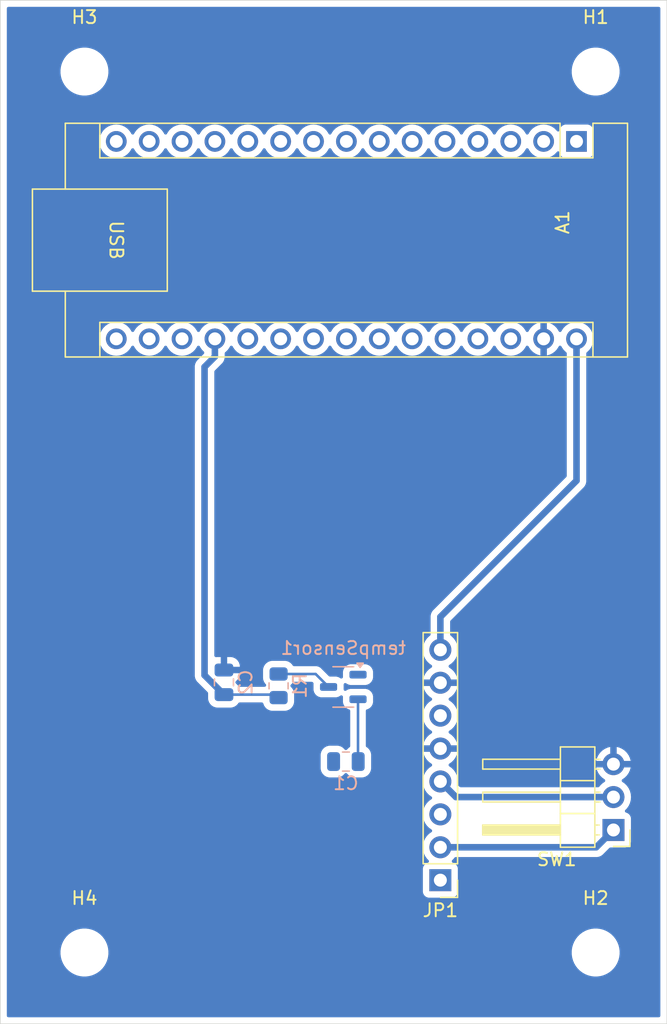
<source format=kicad_pcb>
(kicad_pcb (version 20240108) (generator "pcbnew") (generator_version "8.0")
  (layers (0 "F.Cu" signal) (31 "B.Cu" signal) (34 "B.Paste" user) (35 "F.Paste" user) (36 "B.SilkS" user "B.Silkscreen") (37 "F.SilkS" user "F.Silkscreen") (38 "B.Mask" user) (39 "F.Mask" user) (44 "Edge.Cuts" user))
  (net 0 "")
  (net 1 "Net-(C1-Pad2)")
  (net 3 "GND")
  (net 4 "Net-(tempSensor1-V_{OUT})")
  (net 12 "5.0V")
  (net 21 "Net-(A1-A0)")
  (net 34 "+5V")
  (net 35 "VLIPO")
  (net 36 "VBAT")
  (net 37 "VBUS")
  (net 38 "/LBO")
  (net 39 "/ENABLE")
  (footprint "MountingHole:MountingHole_3.2mm_M3" (layer "F.Cu") (at 103 97)
    (property "Reference" "H2" (at 0 -4.2 0) (layer "F.SilkS"))
    (property "Value" "MountingHole")
    (pad "" np_thru_hole circle (at 0 0) (size 3.2 3.2) (drill 3.2) (layers "*.Cu" "*.Mask"))
  )
  (footprint "MountingHole:MountingHole_3.2mm_M3" (layer "F.Cu") (at 63.5 29)
    (property "Reference" "H3" (at 0 -4.2 0) (layer "F.SilkS"))
    (property "Value" "MountingHole")
    (pad "" np_thru_hole circle (at 0 0) (size 3.2 3.2) (drill 3.2) (layers "*.Cu" "*.Mask"))
  )
  (footprint "Module:Arduino_Nano" (layer "F.Cu") (at 101.52 34.39 -90)
    (property "Reference" "A1" (at 6.24 1.08 90) (layer "F.SilkS"))
    (property "Value" "Arduino_Nano_v2.x")
    (fp_line (start 3.68 42.04) (end 3.68 31.62) (stroke (width 0.12)) (layer "F.SilkS"))
    (fp_line (start 11.56 42.04) (end 3.68 42.04) (stroke (width 0.12)) (layer "F.SilkS"))
    (fp_line (start -1.4 39.5) (end 3.68 39.5) (stroke (width 0.12)) (layer "F.SilkS"))
    (fp_line (start 16.64 39.5) (end 11.56 39.5) (stroke (width 0.12)) (layer "F.SilkS"))
    (fp_line (start 16.64 39.5) (end 16.64 -3.94) (stroke (width 0.12)) (layer "F.SilkS"))
    (fp_line (start 1.27 36.83) (end -1.4 36.83) (stroke (width 0.12)) (layer "F.SilkS"))
    (fp_line (start 13.97 36.83) (end 16.64 36.83) (stroke (width 0.12)) (layer "F.SilkS"))
    (fp_line (start 3.68 31.62) (end 11.56 31.62) (stroke (width 0.12)) (layer "F.SilkS"))
    (fp_line (start 11.56 31.62) (end 11.56 42.04) (stroke (width 0.12)) (layer "F.SilkS"))
    (fp_line (start -1.4 1.27) (end -1.4 39.5) (stroke (width 0.12)) (layer "F.SilkS"))
    (fp_line (start 1.27 1.27) (end 1.27 36.83) (stroke (width 0.12)) (layer "F.SilkS"))
    (fp_line (start 1.27 1.27) (end -1.4 1.27) (stroke (width 0.12)) (layer "F.SilkS"))
    (fp_line (start 1.27 1.27) (end 1.27 -1.27) (stroke (width 0.12)) (layer "F.SilkS"))
    (fp_line (start 1.27 -1.27) (end -1.4 -1.27) (stroke (width 0.12)) (layer "F.SilkS"))
    (fp_line (start 13.97 -1.27) (end 13.97 36.83) (stroke (width 0.12)) (layer "F.SilkS"))
    (fp_line (start 13.97 -1.27) (end 16.64 -1.27) (stroke (width 0.12)) (layer "F.SilkS"))
    (fp_line (start -1.4 -3.94) (end -1.4 -1.27) (stroke (width 0.12)) (layer "F.SilkS"))
    (fp_line (start 16.64 -3.94) (end -1.4 -3.94) (stroke (width 0.12)) (layer "F.SilkS"))
    (fp_text user "USB" (at 7.62 35.56 -90) (layer "F.SilkS"))
    (pad "1" thru_hole rect (at 0 0 270) (size 1.6 1.6) (drill 1) (layers "*.Cu" "*.Mask"))
    (pad "2" thru_hole oval (at 0 2.54 270) (size 1.6 1.6) (drill 1) (layers "*.Cu" "*.Mask"))
    (pad "3" thru_hole oval (at 0 5.08 270) (size 1.6 1.6) (drill 1) (layers "*.Cu" "*.Mask"))
    (pad "4" thru_hole oval (at 0 7.62 270) (size 1.6 1.6) (drill 1) (layers "*.Cu" "*.Mask"))
    (pad "5" thru_hole oval (at 0 10.16 270) (size 1.6 1.6) (drill 1) (layers "*.Cu" "*.Mask"))
    (pad "6" thru_hole oval (at 0 12.7 270) (size 1.6 1.6) (drill 1) (layers "*.Cu" "*.Mask"))
    (pad "7" thru_hole oval (at 0 15.24 270) (size 1.6 1.6) (drill 1) (layers "*.Cu" "*.Mask"))
    (pad "8" thru_hole oval (at 0 17.78 270) (size 1.6 1.6) (drill 1) (layers "*.Cu" "*.Mask"))
    (pad "9" thru_hole oval (at 0 20.32 270) (size 1.6 1.6) (drill 1) (layers "*.Cu" "*.Mask"))
    (pad "10" thru_hole oval (at 0 22.86 270) (size 1.6 1.6) (drill 1) (layers "*.Cu" "*.Mask"))
    (pad "11" thru_hole oval (at 0 25.4 270) (size 1.6 1.6) (drill 1) (layers "*.Cu" "*.Mask"))
    (pad "12" thru_hole oval (at 0 27.94 270) (size 1.6 1.6) (drill 1) (layers "*.Cu" "*.Mask"))
    (pad "13" thru_hole oval (at 0 30.48 270) (size 1.6 1.6) (drill 1) (layers "*.Cu" "*.Mask"))
    (pad "14" thru_hole oval (at 0 33.02 270) (size 1.6 1.6) (drill 1) (layers "*.Cu" "*.Mask"))
    (pad "15" thru_hole oval (at 0 35.56 270) (size 1.6 1.6) (drill 1) (layers "*.Cu" "*.Mask"))
    (pad "16" thru_hole oval (at 15.24 35.56 270) (size 1.6 1.6) (drill 1) (layers "*.Cu" "*.Mask"))
    (pad "17" thru_hole oval (at 15.24 33.02 270) (size 1.6 1.6) (drill 1) (layers "*.Cu" "*.Mask"))
    (pad "18" thru_hole oval (at 15.24 30.48 270) (size 1.6 1.6) (drill 1) (layers "*.Cu" "*.Mask"))
    (pad "19" thru_hole oval (at 15.24 27.94 270) (size 1.6 1.6) (drill 1) (layers "*.Cu" "*.Mask") (net 21 "Net-(A1-A0)"))
    (pad "20" thru_hole oval (at 15.24 25.4 270) (size 1.6 1.6) (drill 1) (layers "*.Cu" "*.Mask"))
    (pad "21" thru_hole oval (at 15.24 22.86 270) (size 1.6 1.6) (drill 1) (layers "*.Cu" "*.Mask"))
    (pad "22" thru_hole oval (at 15.24 20.32 270) (size 1.6 1.6) (drill 1) (layers "*.Cu" "*.Mask"))
    (pad "23" thru_hole oval (at 15.24 17.78 270) (size 1.6 1.6) (drill 1) (layers "*.Cu" "*.Mask"))
    (pad "24" thru_hole oval (at 15.24 15.24 270) (size 1.6 1.6) (drill 1) (layers "*.Cu" "*.Mask"))
    (pad "25" thru_hole oval (at 15.24 12.7 270) (size 1.6 1.6) (drill 1) (layers "*.Cu" "*.Mask"))
    (pad "26" thru_hole oval (at 15.24 10.16 270) (size 1.6 1.6) (drill 1) (layers "*.Cu" "*.Mask"))
    (pad "27" thru_hole oval (at 15.24 7.62 270) (size 1.6 1.6) (drill 1) (layers "*.Cu" "*.Mask"))
    (pad "28" thru_hole oval (at 15.24 5.08 270) (size 1.6 1.6) (drill 1) (layers "*.Cu" "*.Mask"))
    (pad "29" thru_hole oval (at 15.24 2.54 270) (size 1.6 1.6) (drill 1) (layers "*.Cu" "*.Mask") (net 3 "GND"))
    (pad "30" thru_hole oval (at 15.24 0 270) (size 1.6 1.6) (drill 1) (layers "*.Cu" "*.Mask") (net 12 "5.0V"))
  )
  (footprint "Connector_PinHeader_2.54mm:PinHeader_1x03_P2.54mm_Horizontal" (layer "F.Cu") (at 104.375 87.54 180)
    (property "Reference" "SW1" (at 4.385 -2.27 180) (layer "F.SilkS"))
    (property "Value" "SW_DPDT_x2")
    (fp_line (start 10.1 5.46) (end 4.1 5.46) (stroke (width 0.12)) (layer "F.SilkS"))
    (fp_line (start 10.1 4.7) (end 10.1 5.46) (stroke (width 0.12)) (layer "F.SilkS"))
    (fp_line (start 10.1 2.92) (end 4.1 2.92) (stroke (width 0.12)) (layer "F.SilkS"))
    (fp_line (start 10.1 2.16) (end 10.1 2.92) (stroke (width 0.12)) (layer "F.SilkS"))
    (fp_line (start 10.1 0.38) (end 4.1 0.38) (stroke (width 0.12)) (layer "F.SilkS"))
    (fp_line (start 10.1 -0.38) (end 10.1 0.38) (stroke (width 0.12)) (layer "F.SilkS"))
    (fp_line (start 4.1 6.41) (end 4.1 -1.33) (stroke (width 0.12)) (layer "F.SilkS"))
    (fp_line (start 4.1 4.7) (end 10.1 4.7) (stroke (width 0.12)) (layer "F.SilkS"))
    (fp_line (start 4.1 2.16) (end 10.1 2.16) (stroke (width 0.12)) (layer "F.SilkS"))
    (fp_line (start 4.1 0.28) (end 10.1 0.28) (stroke (width 0.12)) (layer "F.SilkS"))
    (fp_line (start 4.1 0.16) (end 10.1 0.16) (stroke (width 0.12)) (layer "F.SilkS"))
    (fp_line (start 4.1 0.04) (end 10.1 0.04) (stroke (width 0.12)) (layer "F.SilkS"))
    (fp_line (start 4.1 -0.08) (end 10.1 -0.08) (stroke (width 0.12)) (layer "F.SilkS"))
    (fp_line (start 4.1 -0.2) (end 10.1 -0.2) (stroke (width 0.12)) (layer "F.SilkS"))
    (fp_line (start 4.1 -0.32) (end 10.1 -0.32) (stroke (width 0.12)) (layer "F.SilkS"))
    (fp_line (start 4.1 -0.38) (end 10.1 -0.38) (stroke (width 0.12)) (layer "F.SilkS"))
    (fp_line (start 4.1 -1.33) (end 1.44 -1.33) (stroke (width 0.12)) (layer "F.SilkS"))
    (fp_line (start 1.44 6.41) (end 4.1 6.41) (stroke (width 0.12)) (layer "F.SilkS"))
    (fp_line (start 1.44 3.81) (end 4.1 3.81) (stroke (width 0.12)) (layer "F.SilkS"))
    (fp_line (start 1.44 1.27) (end 4.1 1.27) (stroke (width 0.12)) (layer "F.SilkS"))
    (fp_line (start 1.44 -1.33) (end 1.44 6.41) (stroke (width 0.12)) (layer "F.SilkS"))
    (fp_line (start 1.11 0.38) (end 1.44 0.38) (stroke (width 0.12)) (layer "F.SilkS"))
    (fp_line (start 1.11 -0.38) (end 1.44 -0.38) (stroke (width 0.12)) (layer "F.SilkS"))
    (fp_line (start 1.042929 5.46) (end 1.44 5.46) (stroke (width 0.12)) (layer "F.SilkS"))
    (fp_line (start 1.042929 4.7) (end 1.44 4.7) (stroke (width 0.12)) (layer "F.SilkS"))
    (fp_line (start 1.042929 2.92) (end 1.44 2.92) (stroke (width 0.12)) (layer "F.SilkS"))
    (fp_line (start 1.042929 2.16) (end 1.44 2.16) (stroke (width 0.12)) (layer "F.SilkS"))
    (fp_line (start -1.27 0) (end -1.27 -1.27) (stroke (width 0.12)) (layer "F.SilkS"))
    (fp_line (start -1.27 -1.27) (end 0 -1.27) (stroke (width 0.12)) (layer "F.SilkS"))
    (pad "1" thru_hole rect (at 0 0 180) (size 1.7 1.7) (drill 1) (layers "*.Cu" "*.Mask") (net 35 "VLIPO"))
    (pad "2" thru_hole oval (at 0 2.54 180) (size 1.7 1.7) (drill 1) (layers "*.Cu" "*.Mask") (net 39 "/ENABLE"))
    (pad "3" thru_hole oval (at 0 5.08 180) (size 1.7 1.7) (drill 1) (layers "*.Cu" "*.Mask") (net 3 "GND"))
  )
  (footprint "MountingHole:MountingHole_3.2mm_M3" (layer "F.Cu") (at 103 29)
    (property "Reference" "H1" (at 0 -4.2 0) (layer "F.SilkS"))
    (property "Value" "MountingHole" (hide yes))
    (pad "" np_thru_hole circle (at 0 0) (size 3.2 3.2) (drill 3.2) (layers "*.Cu" "*.Mask"))
  )
  (footprint "Connector_PinHeader_2.54mm:PinHeader_1x08_P2.54mm_Vertical" (layer "F.Cu") (at 91 91.415 180)
    (property "Reference" "JP1" (at 0 -2.33 0) (layer "F.SilkS"))
    (property "Value" "HEADER-1X8ROUND")
    (fp_line (start 1.33 1.27) (end 1.33 19.11) (stroke (width 0.12)) (layer "F.SilkS"))
    (fp_line (start -1.33 19.11) (end 1.33 19.11) (stroke (width 0.12)) (layer "F.SilkS"))
    (fp_line (start -1.33 1.27) (end 1.33 1.27) (stroke (width 0.12)) (layer "F.SilkS"))
    (fp_line (start -1.33 1.27) (end -1.33 19.11) (stroke (width 0.12)) (layer "F.SilkS"))
    (fp_line (start -1.33 0) (end -1.33 -1.33) (stroke (width 0.12)) (layer "F.SilkS"))
    (fp_line (start -1.33 -1.33) (end 0 -1.33) (stroke (width 0.12)) (layer "F.SilkS"))
    (pad "1" thru_hole rect (at 0 0 180) (size 1.7 1.7) (drill 1) (layers "*.Cu" "*.Mask") (net 37 "VBUS"))
    (pad "2" thru_hole oval (at 0 2.54 180) (size 1.7 1.7) (drill 1) (layers "*.Cu" "*.Mask") (net 35 "VLIPO"))
    (pad "3" thru_hole oval (at 0 5.08 180) (size 1.7 1.7) (drill 1) (layers "*.Cu" "*.Mask") (net 36 "VBAT"))
    (pad "4" thru_hole oval (at 0 7.62 180) (size 1.7 1.7) (drill 1) (layers "*.Cu" "*.Mask") (net 39 "/ENABLE"))
    (pad "5" thru_hole oval (at 0 10.16 180) (size 1.7 1.7) (drill 1) (layers "*.Cu" "*.Mask") (net 3 "GND"))
    (pad "6" thru_hole oval (at 0 12.7 180) (size 1.7 1.7) (drill 1) (layers "*.Cu" "*.Mask") (net 38 "/LBO"))
    (pad "7" thru_hole oval (at 0 15.24 180) (size 1.7 1.7) (drill 1) (layers "*.Cu" "*.Mask") (net 3 "GND"))
    (pad "8" thru_hole oval (at 0 17.78 180) (size 1.7 1.7) (drill 1) (layers "*.Cu" "*.Mask") (net 12 "5.0V"))
  )
  (footprint "MountingHole:MountingHole_3.2mm_M3" (layer "F.Cu") (at 63.5 97)
    (property "Reference" "H4" (at 0 -4.2 0) (layer "F.SilkS"))
    (property "Value" "MountingHole")
    (pad "" np_thru_hole circle (at 0 0) (size 3.2 3.2) (drill 3.2) (layers "*.Cu" "*.Mask"))
  )
  (footprint "Resistor_SMD:R_0805_2012Metric" (layer "B.Cu") (at 78.5 76.4125 90)
    (property "Reference" "R1" (at 0 1.65 90) (layer "B.SilkS") (effects (justify mirror)))
    (property "Value" "R_Small")
    (fp_line (start 0.227064 -0.735) (end -0.227064 -0.735) (stroke (width 0.12)) (layer "B.SilkS"))
    (fp_line (start 0.227064 0.735) (end -0.227064 0.735) (stroke (width 0.12)) (layer "B.SilkS"))
    (pad "1" smd roundrect (at -0.9125 0 90) (size 1.025 1.4) (layers "B.Cu" "B.Paste" "B.Mask") (roundrect_rratio 0.243902) (net 21 "Net-(A1-A0)"))
    (pad "2" smd roundrect (at 0.9125 0 90) (size 1.025 1.4) (layers "B.Cu" "B.Paste" "B.Mask") (roundrect_rratio 0.243902) (net 4 "Net-(tempSensor1-V_{OUT})"))
  )
  (footprint "Package_TO_SOT_SMD:SOT-23-3" (layer "B.Cu") (at 83.5 76.5 180)
    (property "Reference" "tempSensor1" (at 0 3 360) (layer "B.SilkS") (effects (justify mirror)))
    (property "Value" "TMP20AIDRL")
    (fp_line (start 0.8 1.56) (end 0 1.56) (stroke (width 0.12)) (layer "B.SilkS"))
    (fp_line (start 0.8 -1.56) (end 0 -1.56) (stroke (width 0.12)) (layer "B.SilkS"))
    (fp_line (start -0.8 1.56) (end 0 1.56) (stroke (width 0.12)) (layer "B.SilkS"))
    (fp_line (start -0.8 -1.56) (end 0 -1.56) (stroke (width 0.12)) (layer "B.SilkS"))
    (fp_poly (pts (xy -1.3 1.51) (xy -1.54 1.84) (xy -1.06 1.84) (xy -1.3 1.51)) (stroke (width 0.12)) (fill solid) (layer "B.SilkS"))
    (pad "1" smd roundrect (at -1.1375 0.95 180) (size 1.325 0.6) (layers "B.Cu" "B.Paste" "B.Mask"))
    (pad "2" smd roundrect (at -1.1375 -0.95 180) (size 1.325 0.6) (layers "B.Cu" "B.Paste" "B.Mask") (net 1 "Net-(C1-Pad2)"))
    (pad "3" smd roundrect (at 1.1375 0 180) (size 1.325 0.6) (layers "B.Cu" "B.Paste" "B.Mask") (net 4 "Net-(tempSensor1-V_{OUT})"))
  )
  (footprint "Capacitor_SMD:C_0805_2012Metric" (layer "B.Cu") (at 74.28 76.1425 90)
    (property "Reference" "C2" (at 0 1.68 90) (layer "B.SilkS") (effects (justify mirror)))
    (property "Value" "C_Small")
    (fp_line (start 0.261252 -0.735) (end -0.261252 -0.735) (stroke (width 0.12)) (layer "B.SilkS"))
    (fp_line (start 0.261252 0.735) (end -0.261252 0.735) (stroke (width 0.12)) (layer "B.SilkS"))
    (pad "1" smd roundrect (at -0.95 0 90) (size 1 1.45) (layers "B.Cu" "B.Paste" "B.Mask") (net 21 "Net-(A1-A0)"))
    (pad "2" smd roundrect (at 0.95 0 90) (size 1 1.45) (layers "B.Cu" "B.Paste" "B.Mask") (net 3 "GND"))
  )
  (footprint "Capacitor_SMD:C_0805_2012Metric" (layer "B.Cu") (at 83.7 82.26)
    (property "Reference" "C1" (at 0 1.68 360) (layer "B.SilkS") (effects (justify mirror)))
    (property "Value" "C_Small")
    (fp_line (start 0.261252 -0.735) (end -0.261252 -0.735) (stroke (width 0.12)) (layer "B.SilkS"))
    (fp_line (start 0.261252 0.735) (end -0.261252 0.735) (stroke (width 0.12)) (layer "B.SilkS"))
    (pad "1" smd roundrect (at -0.95 0) (size 1 1.45) (layers "B.Cu" "B.Paste" "B.Mask") (net 34 "+5V"))
    (pad "2" smd roundrect (at 0.95 0) (size 1 1.45) (layers "B.Cu" "B.Paste" "B.Mask") (net 1 "Net-(C1-Pad2)"))
  )
  (gr_rect (start 57 23.5) (end 108.5 102.5) (stroke (width 0.05)) (fill none) (layer "Edge.Cuts"))
  (segment (start 84.6375 77.45) (end 84.6375 82.2475) (width 0.2) (layer "B.Cu") (net 1))
  (segment (start 84.6375 82.2475) (end 84.65 82.26) (width 0.2) (layer "B.Cu") (net 1))
  (segment (start 81.3625 75.5) (end 82.3625 76.5) (width 0.2) (layer "B.Cu") (net 4))
  (segment (start 78.5 75.5) (end 81.3625 75.5) (width 0.2) (layer "B.Cu") (net 4))
  (segment (start 101.52 49.63) (end 101.52 60.575) (width 0.508) (layer "B.Cu") (net 12))
  (segment (start 101.52 60.575) (end 91 71.095) (width 0.508) (layer "B.Cu") (net 12))
  (segment (start 91 71.095) (end 91 73.635) (width 0.508) (layer "B.Cu") (net 12))
  (segment (start 78.5 77.325) (end 78.825 77.325) (width 0.2) (layer "B.Cu") (net 21))
  (segment (start 74.605 77.4175) (end 74.28 77.0925) (width 0.2) (layer "B.Cu") (net 21))
  (segment (start 78.2675 77.0925) (end 78.5 77.325) (width 0.2) (layer "B.Cu") (net 21))
  (segment (start 72.780001 51.799999) (end 73.58 51) (width 0.508) (layer "B.Cu") (net 21))
  (segment (start 74.28 77.0925) (end 78.2675 77.0925) (width 0.2) (layer "B.Cu") (net 21))
  (segment (start 73.58 51) (end 73.58 49.63) (width 0.508) (layer "B.Cu") (net 21))
  (segment (start 72.780001 51.799999) (end 72.780001 75.592501) (width 0.508) (layer "B.Cu") (net 21))
  (segment (start 72.780001 75.592501) (end 74.28 77.0925) (width 0.508) (layer "B.Cu") (net 21))
  (segment (start 103.04 88.875) (end 104.375 87.54) (width 0.508) (layer "B.Cu") (net 35))
  (segment (start 91 88.875) (end 103.04 88.875) (width 0.508) (layer "B.Cu") (net 35))
  (segment (start 92.205 85) (end 91 83.795) (width 0.508) (layer "B.Cu") (net 39))
  (segment (start 104.375 85) (end 92.205 85) (width 0.508) (layer "B.Cu") (net 39))
  (zone (net 3) (net_name "GND") (layer "B.Cu") (connect_pads (clearance 0.5)) (min_thickness 0.25) (fill yes (thermal_gap 0.5) (thermal_bridge_width 0.5))
    (polygon (pts (xy 108 102) (xy 108 24) (xy 57.5 24) (xy 57.5 102)))
  )
)
</source>
